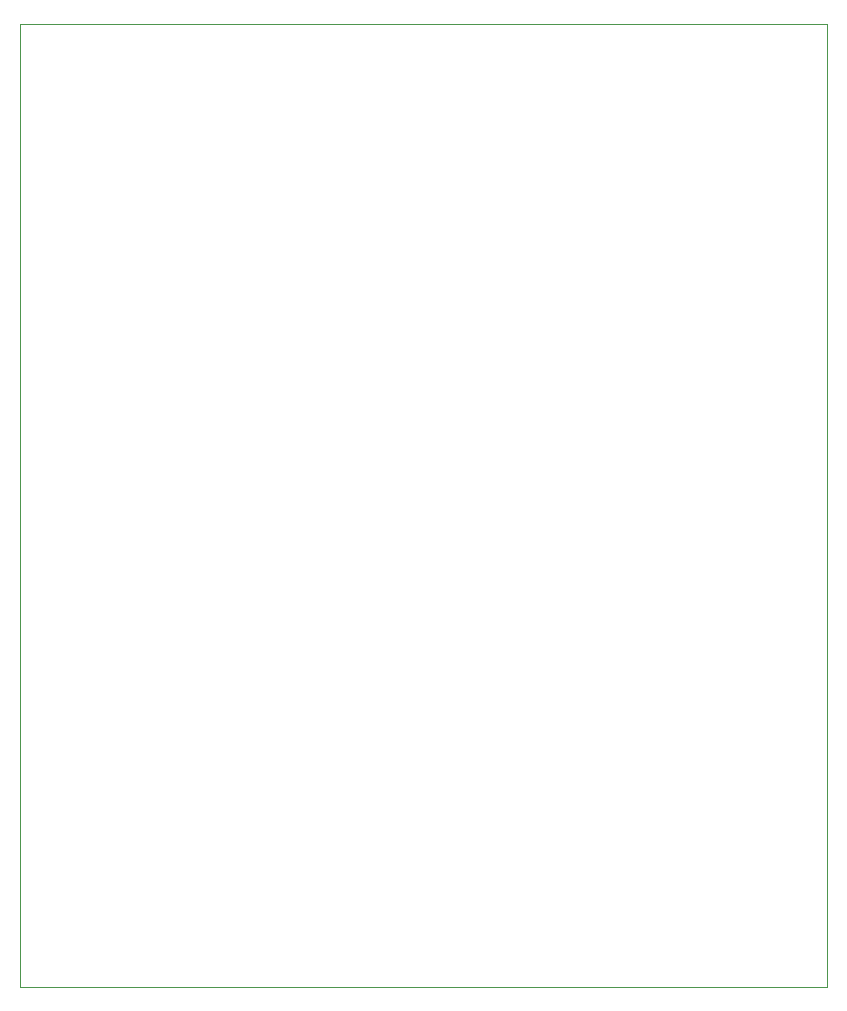
<source format=gbr>
%TF.GenerationSoftware,KiCad,Pcbnew,8.0.4*%
%TF.CreationDate,2024-10-19T15:51:41+03:00*%
%TF.ProjectId,robotkarti,726f626f-746b-4617-9274-692e6b696361,rev?*%
%TF.SameCoordinates,Original*%
%TF.FileFunction,Profile,NP*%
%FSLAX46Y46*%
G04 Gerber Fmt 4.6, Leading zero omitted, Abs format (unit mm)*
G04 Created by KiCad (PCBNEW 8.0.4) date 2024-10-19 15:51:41*
%MOMM*%
%LPD*%
G01*
G04 APERTURE LIST*
%TA.AperFunction,Profile*%
%ADD10C,0.050000*%
%TD*%
G04 APERTURE END LIST*
D10*
X109065004Y-42750000D02*
X177315004Y-42750000D01*
X177315004Y-124250000D01*
X109065004Y-124250000D01*
X109065004Y-42750000D01*
M02*

</source>
